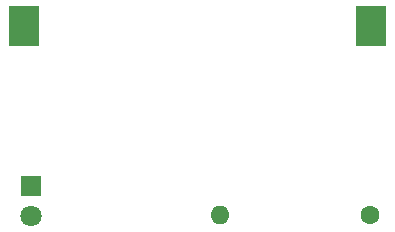
<source format=gbr>
%TF.GenerationSoftware,KiCad,Pcbnew,8.0.5*%
%TF.CreationDate,2024-10-15T13:11:44-04:00*%
%TF.ProjectId,kicad-tutorial,6b696361-642d-4747-9574-6f7269616c2e,0*%
%TF.SameCoordinates,Original*%
%TF.FileFunction,Soldermask,Bot*%
%TF.FilePolarity,Negative*%
%FSLAX46Y46*%
G04 Gerber Fmt 4.6, Leading zero omitted, Abs format (unit mm)*
G04 Created by KiCad (PCBNEW 8.0.5) date 2024-10-15 13:11:44*
%MOMM*%
%LPD*%
G01*
G04 APERTURE LIST*
%ADD10O,1.600000X1.600000*%
%ADD11C,1.600000*%
%ADD12C,1.800000*%
%ADD13R,1.800000X1.800000*%
%ADD14R,2.540000X3.510000*%
G04 APERTURE END LIST*
D10*
%TO.C,R1*%
X152000000Y-99000000D03*
D11*
X164700000Y-99000000D03*
%TD*%
D12*
%TO.C,D1*%
X136000000Y-99091030D03*
D13*
X136000000Y-96551030D03*
%TD*%
D14*
%TO.C,BT1*%
X135430000Y-83000000D03*
X164790000Y-83000000D03*
%TD*%
M02*

</source>
